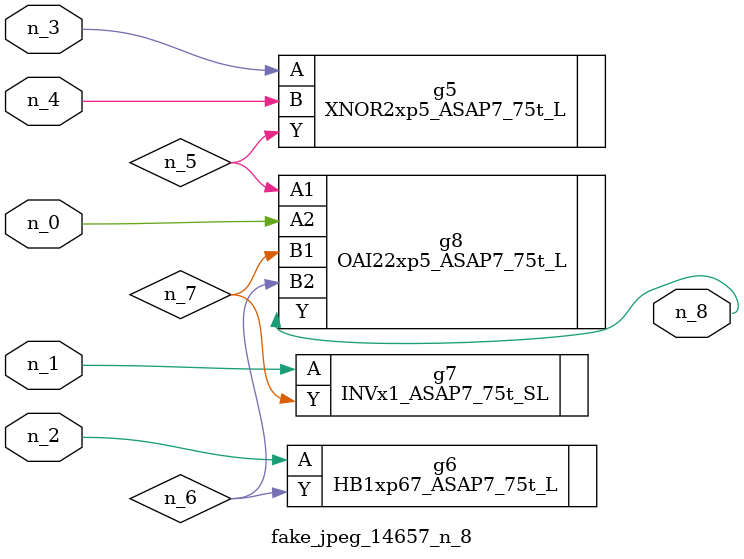
<source format=v>
module fake_jpeg_14657_n_8 (n_3, n_2, n_1, n_0, n_4, n_8);

input n_3;
input n_2;
input n_1;
input n_0;
input n_4;

output n_8;

wire n_6;
wire n_5;
wire n_7;

XNOR2xp5_ASAP7_75t_L g5 ( 
.A(n_3),
.B(n_4),
.Y(n_5)
);

HB1xp67_ASAP7_75t_L g6 ( 
.A(n_2),
.Y(n_6)
);

INVx1_ASAP7_75t_SL g7 ( 
.A(n_1),
.Y(n_7)
);

OAI22xp5_ASAP7_75t_L g8 ( 
.A1(n_5),
.A2(n_0),
.B1(n_7),
.B2(n_6),
.Y(n_8)
);


endmodule
</source>
